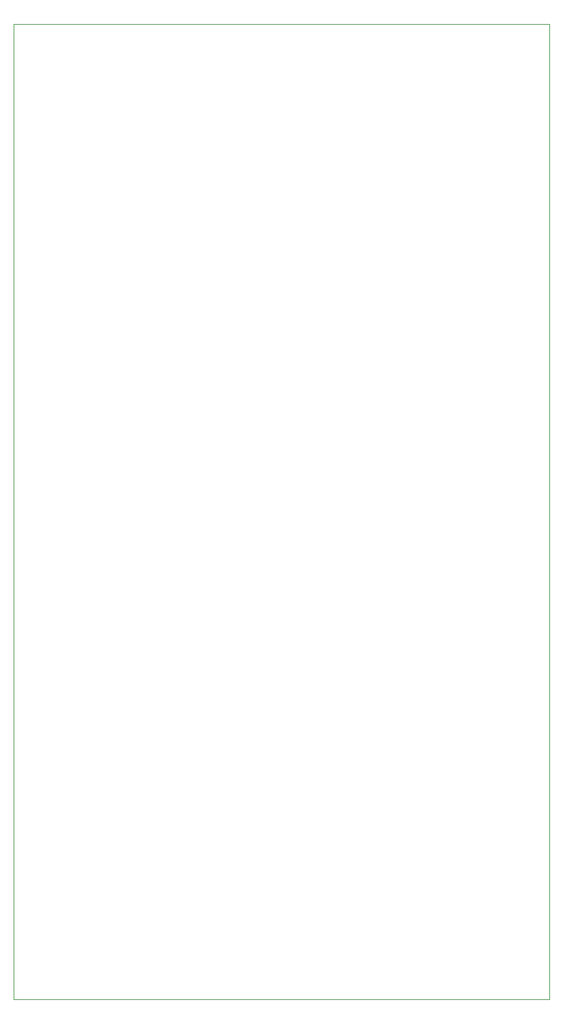
<source format=gbr>
G04 #@! TF.GenerationSoftware,KiCad,Pcbnew,5.1.5+dfsg1-2build2*
G04 #@! TF.CreationDate,2021-04-12T22:06:22+02:00*
G04 #@! TF.ProjectId,calc,63616c63-2e6b-4696-9361-645f70636258,rev?*
G04 #@! TF.SameCoordinates,Original*
G04 #@! TF.FileFunction,Profile,NP*
%FSLAX46Y46*%
G04 Gerber Fmt 4.6, Leading zero omitted, Abs format (unit mm)*
G04 Created by KiCad (PCBNEW 5.1.5+dfsg1-2build2) date 2021-04-12 22:06:22*
%MOMM*%
%LPD*%
G04 APERTURE LIST*
%ADD10C,0.050000*%
G04 APERTURE END LIST*
D10*
X59690000Y-159385000D02*
X59690000Y-32385000D01*
X129540000Y-159385000D02*
X59690000Y-159385000D01*
X129540000Y-32385000D02*
X129540000Y-159385000D01*
X59690000Y-32385000D02*
X129540000Y-32385000D01*
M02*

</source>
